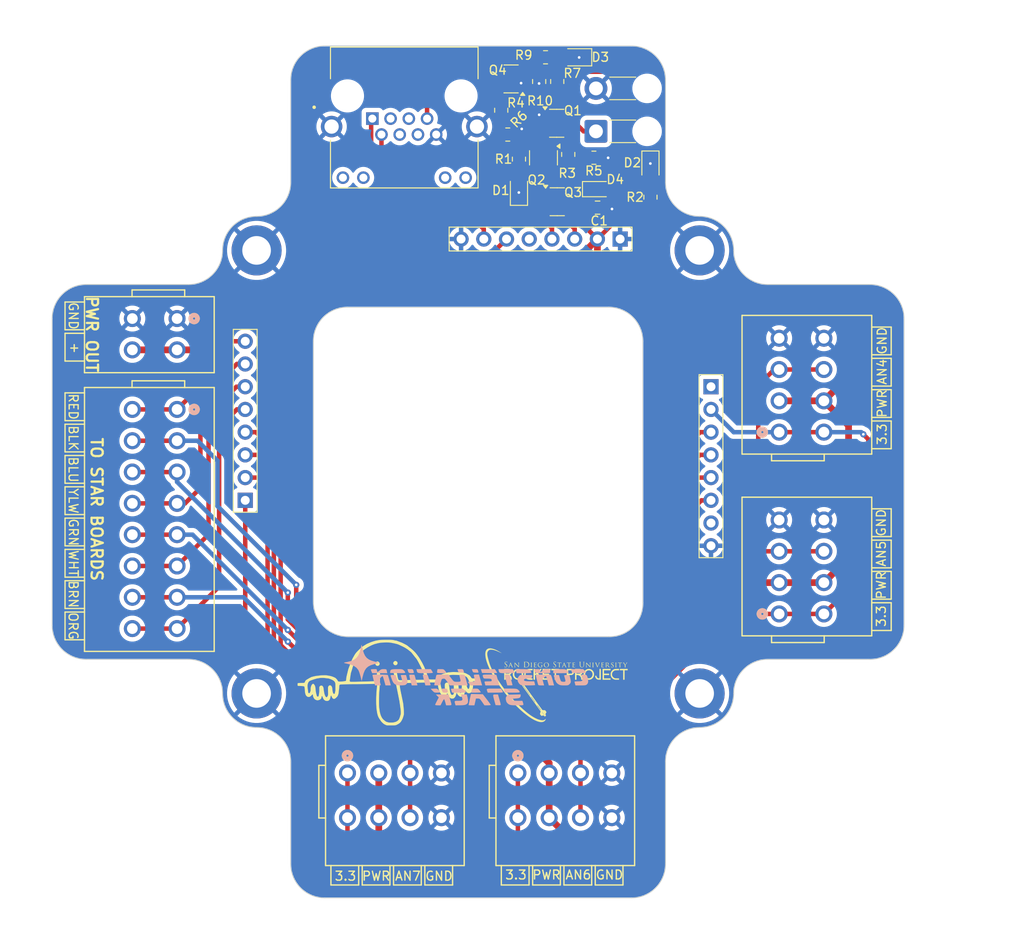
<source format=kicad_pcb>
(kicad_pcb (version 20241229) (generator "pcbnew") (generator_version "9.0")
  (layers (0 "F.Cu" signal) (2 "B.Cu" power) (13 "F.Paste" user) (15 "B.Paste" user) (5 "F.SilkS" user "F.Silkscreen") (7 "B.SilkS" user "B.Silkscreen") (1 "F.Mask" user) (3 "B.Mask" user) (25 "Edge.Cuts" user))
  (net 0 "")
  (net 1 "GND")
  (net 2 "Net-(D1-A)")
  (net 3 "Net-(D2-A)")
  (net 4 "Net-(D3-A)")
  (net 5 "Net-(D4-A)")
  (net 6 "+BATT")
  (net 7 "A")
  (net 11 "B")
  (net 12 "EXTERNAL PWR")
  (net 14 "PWR")
  (net 16 "BATT_PWR_SENSE")
  (net 17 "EXT_PWR_SENSE")
  (net 18 "O_VENT")
  (net 19 "MOV")
  (net 20 "ENG_CHAMBER")
  (net 21 "F_VENT")
  (net 22 "O_TANK")
  (net 23 "MFV")
  (net 24 "HE_TANK")
  (net 25 "F_TANK")
  (net 26 "+5V")
  (net 27 "+3.3V")
  (net 29 "AN_IN_7")
  (net 30 "AN_IN_5")
  (net 31 "AN_IN_6")
  (net 32 "AN_IN_4")
  (net 33 "Net-(Q1-S)")
  (net 34 "Net-(Q2-D)")
  (net 35 "Net-(Q2-G)")
  (footprint "Connector_PinSocket_2.54mm:PinSocket_1x08_P2.54mm_Vertical" (layer "F.Cu") (at 69.85 27.94 -90)
    (property "Reference" "J4" (hide yes))
    (property "Value" "PWR")
  )
  (footprint "LED_SMD:LED_0805_2012Metric" (layer "F.Cu") (at 58.54 22.487501 90)
    (property "Reference" "D1")
    (property "Value" "LED")
  )
  (footprint "MTJ_88ARX1_FSM_LG:ADAMTECH_MTJ-88ARX1-FSM-LG" (layer "F.Cu") (at 45.72 11.938 180)
    (property "Reference" "J2" (hide yes))
    (property "Value" "MTJ-88ARX1-FSM-LG")
  )
  (footprint "WAGO 2601-1104:CONN4_2601-1104_WAG" (layer "F.Cu") (at 39.37 87.63)
    (property "Reference" "J11" (hide yes))
    (property "Value" "2601-1104")
  )
  (footprint "Resistor_SMD:R_0805_2012Metric" (layer "F.Cu") (at 64.05 18.48 -90)
    (property "Reference" "R3")
    (property "Value" "51.1k")
  )
  (footprint "Resistor_SMD:R_0805_2012Metric" (layer "F.Cu") (at 56.56 13.5425 -90)
    (property "Reference" "R4")
    (property "Value" "51.1k")
  )
  (footprint "Resistor_SMD:R_0805_2012Metric" (layer "F.Cu") (at 61.5125 7.62)
    (property "Reference" "R9")
    (property "Value" "505")
  )
  (footprint "MountingHole:MountingHole_3.2mm_M3_DIN965_Pad" (layer "F.Cu") (at 78.74 78.74)
    (property "Reference" "H4" (hide yes))
    (property "Value" "MountingHole_Pad")
  )
  (footprint "Connector_PinSocket_2.54mm:PinSocket_1x08_P2.54mm_Vertical" (layer "F.Cu") (at 27.94 57.15 180)
    (property "Reference" "J7" (hide yes))
    (property "Value" "ADC_IN")
  )
  (footprint "Resistor_SMD:R_0805_2012Metric" (layer "F.Cu") (at 58.54 19.0075 -90)
    (property "Reference" "R1")
    (property "Value" "505")
  )
  (footprint "MountingHole:MountingHole_3.2mm_M3_DIN965_Pad" (layer "F.Cu") (at 29.21 78.74)
    (property "Reference" "H3" (hide yes))
    (property "Value" "MountingHole_Pad")
  )
  (footprint "Diode_SMD:D_SOD-323" (layer "F.Cu") (at 67.2525 22.36)
    (property "Reference" "D4")
    (property "Value" "CUS10S30")
  )
  (footprint "Package_TO_SOT_SMD:SOT-23-3" (layer "F.Cu") (at 62.76 14.9975)
    (property "Reference" "Q1")
    (property "Value" "DMP3099L")
  )
  (footprint "LOGO:RP_Logo" (layer "F.Cu") (at 62.738 77.8256)
    (property "Reference" "G***" (hide yes))
    (property "Value" "LOGO" (hide yes))
  )
  (footprint "WAGO 2601-1108:CONN8_2601-1108_WAG" (layer "F.Cu") (at 20.32 46.99 -90)
    (property "Reference" "J5" (hide yes))
    (property "Value" "SIGNAL_OUT")
  )
  (footprint "LED_SMD:LED_0805_2012Metric" (layer "F.Cu") (at 73.24 19.782499 -90)
    (property "Reference" "D2")
    (property "Value" "LED")
  )
  (footprint "LED_SMD:LED_0805_2012Metric" (layer "F.Cu") (at 64.99 7.62 180)
    (property "Reference" "D3")
    (property "Value" "LED")
  )
  (footprint "Package_TO_SOT_SMD:SOT-23-3" (layer "F.Cu") (at 61.2825 18.86 -90)
    (property "Reference" "Q2")
    (property "Value" "DMP3099L")
  )
  (footprint "WAGO 2601-1104:CONN4_2601-1104_WAG" (layer "F.Cu") (at 58.42 87.63)
    (property "Reference" "J10" (hide yes))
    (property "Value" "2601-1104")
  )
  (footprint "WAGO 2601-1104:CONN4_2601-1104_WAG" (layer "F.Cu") (at 87.63 69.85 90)
    (property "Reference" "J9" (hide yes))
    (property "Value" "2601-1104")
  )
  (footprint "Connector_PinSocket_2.54mm:PinSocket_1x08_P2.54mm_Vertical" (layer "F.Cu") (at 80.01 44.45)
    (property "Reference" "J6" (hide yes))
    (property "Value" "GPIO/ESP_ADC OUT")
  )
  (footprint "Package_TO_SOT_SMD:SOT-23-3" (layer "F.Cu") (at 62.82 23.77)
    (property "Reference" "Q3")
    (property "Value" "DMP3099L")
  )
  (footprint "Resistor_SMD:R_0805_2012Metric" (layer "F.Cu") (at 62.82 10.33 90)
    (property "Reference" "R7")
    (property "Value" "100")
  )
  (footprint "Resistor_SMD:R_0805_2012Metric" (layer "F.Cu") (at 66.92 18.85)
    (property "Reference" "R5")
    (property "Value" "10k")
  )
  (footprint "WAGO 2601-1102:CONN2_2601-1102_WAG" (layer "F.Cu") (at 20.32 36.83 -90)
    (property "Reference" "J3" (hide yes))
    (property "Value" "2601-1102")
  )
  (footprint "MountingHole:MountingHole_3.2mm_M3_DIN965_Pad" (layer "F.Cu") (at 78.74 29.21)
    (property "Reference" "H2" (hide yes))
    (property "Value" "MountingHole_Pad")
  )
  (footprint "Resistor_SMD:R_0805_2012Metric" (layer "F.Cu") (at 60.8 10.33 -90)
    (property "Reference" "R10")
    (property "Value" "10k")
  )
  (footprint "Resistor_SMD:R_0805_2012Metric" (layer "F.Cu") (at 57.29 16.26)
    (property "Reference" "R6")
    (property "Value" "10k")
  )
  (footprint "LOGO" (layer "F.Cu") (at 43.7896 77.2922)
    (property "Reference" "G***" (hide yes))
    (property "Value" "LOGO" (hide yes))
  )
  (footprint "Resistor_SMD:R_0805_2012Metric" (layer "F.Cu") (at 73.24 23.2625 90)
    (property "Reference" "R2")
    (property "Value" "505")
  )
  (footprint "Connector_Wire:SolderWire-0.75sqmm_1x02_P4.8mm_D1.25mm_OD2.3mm_Relief" (layer "F.Cu") (at 67.15 15.9 90)
    (property "Reference" "J1" (hide yes))
    (property "Value" "Conn_01x02_Pin")
  )
  (footprint "Package_TO_SOT_SMD:SOT-23-3" (layer "F.Cu") (at 57.659999 10.04 180)
    (property "Reference" "Q4")
    (property "Value" "DMP3099L")
  )
  (footprint "MountingHole:MountingHole_3.2mm_M3_DIN965_Pad" (layer "F.Cu") (at 29.21 29.21)
    (property "Reference" "H1" (hide yes))
    (property "Value" "MountingHole_Pad")
  )
  (footprint "WAGO 2601-1104:CONN4_2601-1104_WAG" (layer "F.Cu") (at 87.63 49.53 90)
    (property "Reference" "J8" (hide yes))
    (property "Value" "2601-1104")
  )
  (footprint "Capacitor_SMD:C_0805_2012Metric" (layer "F.Cu") (at 67.33 24.43)
    (property "Reference" "C1")
    (property "Value" "4.7uF")
  )
  (footprint "LOGO" (layer "B.Cu") (at 52.407117 76.425294 180)
    (property "Reference" "G***" (hide yes))
    (property "Value" "LOGO" (hide yes))
  )
  (gr_arc (start 68.58 35.56) (mid 71.274077 36.675923) (end 72.39 39.37) (stroke (width 0.1)) (layer "Edge.Cuts"))
  (gr_arc (start 21.59 74.93) (mid 24.284077 76.045923) (end 25.4 78.74) (stroke (width 0.1)) (layer "Edge.Cuts"))
  (gr_arc (start 29.21 82.55) (mid 26.515923 81.434077) (end 25.4 78.74) (stroke (width 0.1)) (layer "Edge.Cuts"))
  (gr_line (start 71.12 6.35) (end 36.83 6.35) (stroke (width 0.1)) (layer "Edge.Cuts"))
  (gr_line (start 86.36 33.02) (end 97.790001 33.02) (stroke (width 0.1)) (layer "Edge.Cuts"))
  (gr_arc (start 78.74 25.4) (mid 81.434077 26.515923) (end 82.55 29.21) (stroke (width 0.1)) (layer "Edge.Cuts"))
  (gr_arc (start 33.02 10.16) (mid 34.135923 7.465923) (end 36.83 6.35) (stroke (width 0.1)) (layer "Edge.Cuts"))
  (gr_line (start 6.35 36.83) (end 6.35 71.12) (stroke (width 0.1)) (layer "Edge.Cuts"))
  (gr_arc (start 74.93 86.36) (mid 76.045923 83.665923) (end 78.74 82.55) (stroke (width 0.1)) (layer "Edge.Cuts"))
  (gr_line (start 35.56 39.37) (end 35.56 68.58) (stroke (width 0.1)) (layer "Edge.Cuts"))
  (gr_line (start 33.02 21.59) (end 33.02 10.16) (stroke (width 0.1)) (layer "Edge.Cuts"))
  (gr_line (start 36.83 101.6) (end 71.12 101.6) (stroke (width 0.1)) (layer "Edge.Cuts"))
  (gr_line (start 21.59 33.02) (end 10.16 33.02) (stroke (width 0.1)) (layer "Edge.Cuts"))
  (gr_line (start 21.59 74.93) (end 10.16 74.93) (stroke (width 0.1)) (layer "Edge.Cuts"))
  (gr_arc (start 35.56 39.37) (mid 36.675923 36.675923) (end 39.37 35.56) (stroke (width 0.1)) (layer "Edge.Cuts"))
  (gr_line (start 33.02 86.36) (end 33.02 97.79) (stroke (width 0.1)) (layer "Edge.Cuts"))
  (gr_line (start 86.36 74.93) (end 97.79 74.93) (stroke (width 0.1)) (layer "Edge.Cuts"))
  (gr_arc (start 86.36 33.02) (mid 83.665923 31.904077) (end 82.55 29.21) (stroke (width 0.1)) (layer "Edge.Cuts"))
  (gr_arc (start 74.93 97.79) (mid 73.814077 100.484077) (end 71.12 101.6) (stroke (width 0.1)) (layer "Edge.Cuts"))
  (gr_line (start 39.37 72.39) (end 68.58 72.39) (stroke (width 0.1)) (layer "Edge.Cuts"))
  (gr_arc (start 97.790001 33.02) (mid 100.484077 34.135923) (end 101.6 36.83) (stroke (width 0.1)) (layer "Edge.Cuts"))
  (gr_arc (start 71.12 6.35) (mid 73.814077 7.465923) (end 74.93 10.16) (stroke (width 0.1)) (layer "Edge.Cuts"))
  (gr_arc (start 25.4 29.21) (mid 24.284077 31.904077) (end 21.59 33.02) (stroke (width 0.1)) (layer "Edge.Cuts"))
  (gr_arc (start 39.37 72.39) (mid 36.705105 71.244895) (end 35.56 68.58) (stroke (width 0.1)) (layer "Edge.Cuts"))
  (gr_arc (start 82.55 78.74) (mid 83.665923 76.045923) (end 86.36 74.93) (stroke (width 0.1)) (layer "Edge.Cuts"))
  (gr_arc (start 33.02 21.59) (mid 31.904077 24.284077) (end 29.21 25.4) (stroke (width 0.1)) (layer "Edge.Cuts"))
  (gr_line (start 74.93 21.59) (end 74.93 10.16) (stroke (width 0.1)) (layer "Edge.Cuts"))
  (gr_line (start 74.93 86.36) (end 74.93 97.79) (stroke (width 0.1)) (layer "Edge.Cuts"))
  (gr_line (start 101.6 71.12) (end 101.6 36.83) (stroke (width 0.1)) (layer "Edge.Cuts"))
  (gr_arc (start 82.55 78.74) (mid 81.434077 81.434077) (end 78.74 82.55) (stroke (width 0.1)) (layer "Edge.Cuts"))
  (gr_arc (start 6.35 36.83) (mid 7.465923 34.135923) (end 10.16 33.02) (stroke (width 0.1)) (layer "Edge.Cuts"))
  (gr_line (start 72.39 39.37) (end 72.39 68.58) (stroke (width 0.1)) (layer "Edge.Cuts"))
  (gr_arc (start 25.4 29.21) (mid 26.515923 26.515923) (end 29.21 25.4) (stroke (width 0.1)) (layer "Edge.Cuts"))
  (gr_arc (start 78.74 25.4) (mid 76.045923 24.284077) (end 74.93 21.59) (stroke (width 0.1)) (layer "Edge.Cuts"))
  (gr_line (start 39.37 35.56) (end 68.58 35.56) (stroke (width 0.1)) (layer "Edge.Cuts"))
  (gr_arc (start 101.6 71.12) (mid 100.484077 73.814077) (end 97.79 74.93) (stroke (width 0.1)) (layer "Edge.Cuts"))
  (gr_arc (start 36.83 101.6) (mid 34.135923 100.484077) (end 33.02 97.79) (stroke (width 0.1)) (layer "Edge.Cuts"))
  (gr_arc (start 10.16 74.93) (mid 7.465923 73.814077) (end 6.35 71.12) (stroke (width 0.1)) (layer "Edge.Cuts"))
  (gr_arc (start 29.21 82.55) (mid 31.904076 83.665923) (end 33.02 86.36) (stroke (width 0.1)) (layer "Edge.Cuts"))
  (gr_arc (start 72.39 68.58) (mid 71.298431 71.298431) (end 68.58 72.39) (stroke (width 0.1)) (layer "Edge.Cuts"))
  (gr_text "3.3" (at 99.72 51.05 90) (layer "F.SilkS") (effects (font (size 1 1)) (justify left bottom)))
  (gr_text "GND" (at 47.98 99.74 0) (layer "F.SilkS") (effects (font (size 1 1)) (justify left bottom)))
  (gr_text "GND" (at 99.72 40.93 90) (layer "F.SilkS") (effects (font (size 1 1)) (justify left bottom)))
  (gr_text "3.3" (at 56.919999 99.61 0) (layer "F.SilkS") (effects (font (size 1 1)) (justify left bottom)))
  (gr_text "GND" (at 99.63 61.27 90) (layer "F.SilkS") (effects (font (size 1 1)) (justify left bottom)))
  (gr_text "WHT" (at 8.14 62.63 270) (layer "F.SilkS") (effects (font (size 1 1)) (justify left bottom)))
  (gr_text "BLK" (at 8.13 48.69 270) (layer "F.SilkS") (effects (font (size 1 1)) (justify left bottom)))
  (gr_text "AN5" (at 99.63 64.65 90) (layer "F.SilkS") (effects (font (size 1 1)) (justify left bottom)))
  (gr_text "AN4" (at 99.72 44.31 90) (layer "F.SilkS") (effects (font (size 1 1)) (justify left bottom)))
  (gr_text "YLW" (at 8.13 55.71 270) (layer "F.SilkS") (effects (font (size 1 1)) (justify left bottom)))
  (gr_text "+" (at 8.31 39.41 -90) (layer "F.SilkS") (effects (font (size 1 1)) (justify left bottom)))
  (gr_text "ORG" (at 8.12 69.58 270) (layer "F.SilkS") (effects (font (size 1 1)) (justify left bottom)))
  (gr_text "PWR OUT" (at 10.07 34.18 270) (layer "F.SilkS") (effects (font (size 1.25 1.25) (thickness 0.25) (bold yes)) (justify left bottom)))
  (gr_text "AN6" (at 63.66 99.61 0) (layer "F.SilkS") (effects (font (size 1 1)) (justify left bottom)))
  (gr_text "PWR" (at 40.91 99.74 0) (layer "F.SilkS") (effects (font (size 1 1)) (justify left bottom)))
  (gr_text "GND" (at 8.14 34.91 -90) (layer "F.SilkS") (effects (font (size 1 1)) (justify left bottom)))
  (gr_text "AN7" (at 44.6 99.74 0) (layer "F.SilkS") (effects (font (size 1 1)) (justify left bottom)))
  (gr_text "RED" (at 8.13 45.13 -90) (layer "F.SilkS") (effects (font (size 1 1)) (justify left bottom)))
  (gr_text "3.3" (at 37.859999 99.74 0) (layer "F.SilkS") (effects (font (size 1 1)) (justify left bottom)))
  (gr_text "3.3" (at 99.63 71.39 90) (layer "F.SilkS") (effects (font (size 1 1)) (justify left bottom)))
  (gr_text "BLU" (at 8.12 52.18555 270) (layer "F.SilkS") (effects (font (size 1 1)) (justify left bottom)))
  (gr_text "PWR" (at 99.63 68.31 90) (layer "F.SilkS") (effects (font (size 1 1)) (justify left bottom)))
  (gr_text "BRN" (at 8.13 66.02 270) (layer "F.SilkS") (effects (font (size 1 1)) (justify left bottom)))
  (gr_text "GRN" (at 8.14 59.1 270) (layer "F.SilkS") (effects (font (size 1 1)) (justify left bottom)))
  (gr_text "TO STAR BOARDS" (at 10.5918 50.0126 270) (layer "F.SilkS") (effects (font (size 1.25 1.25) (thickness 0.25) (bold yes)) (justify left bottom)))
  (gr_text "PWR" (at 99.72 48 90) (layer "F.SilkS") (effects (font (size 1 1)) (justify left bottom)))
  (gr_text "PWR" (at 59.95 99.61 0) (layer "F.SilkS") (effects (font (size 1 1)) (justify left bottom)))
  (gr_text "GND" (at 67.04 99.61 0) (layer "F.SilkS") (effects (font (size 1 1)) (justify left bottom)))
  (segment (start 58.54 22.75) (end 58.53 22.74) (width 0.5) (layer "F.Cu") (net 1))
  (segment (start 60.8 10.56) (end 60.79 10.55) (width 0.5) (layer "F.Cu") (net 1))
  (segment (start 58.797499 10.527499) (end 58.78 10.51) (width 0.5) (layer "F.Cu") (net 1))
  (segment (start 68.79 24.43) (end 68.94 24.58) (width 0.5) (layer "F.Cu") (net 1))
  (segment (start 61.6225 14.047501) (end 60.802499 14.047501) (width 0.5) (layer "F.Cu") (net 1))
  (segment (start 68.5 18.85) (end 68.51 18.86) (width 0.5) (layer "F.Cu") (net 1))
  (segment (start 60.8 11.2425) (end 60.8 10.56) (width 0.5) (layer "F.Cu") (net 1))
  (segment (start 60.802499 14.047501) (end 60.8 14.05) (width 0.5) (layer "F.Cu") (net 1))
  (segment (start 65.29 7.62) (end 65.27 7.64) (width 0.5) (layer "F.Cu") (net 1))
  (segment (start 73.24 18.844998) (end 73.24 19.49) (width 0.5) (layer "F.Cu") (net 1))
  (segment (start 73.24 19.49) (end 73.23 19.5) (width 0.5) (layer "F.Cu") (net 1))
  (segment (start 68.28 24.43) (end 68.79 24.43) (width 0.5) (layer "F.Cu") (net 1))
  (segment (start 67.8325 18.85) (end 68.5 18.85) (width 0.5) (layer "F.Cu") (net 1))
  (segment (start 58.2025 16.26) (end 58.22 16.26) (width 0.5) (layer "F.Cu") (net 1))
  (segment (start 58.797499 10.989999) (end 58.797499 10.527499) (width 0.5) (layer "F.Cu") (net 1))
  (segment (start 65.927501 7.62) (end 65.29 7.62) (width 0.5) (layer "F.Cu") (net 1))
  (segment (start 58.22 16.26) (end 58.85 15.63) (width 0.5) (layer "F.Cu") (net 1))
  (segment (start 58.54 23.425002) (end 58.54 22.75) (width 0.5) (layer "F.Cu") (net 1))
  (via (at 58.53 22.74) (size 0.7) (drill 0.3) (layers "F.Cu" "B.Cu") (net 1))
  (via (at 60.8 14.05) (size 0.7) (drill 0.3) (layers "F.Cu" "B.Cu") (net 1))
  (via (at 58.85 15.63) (size 0.7) (drill 0.3) (layers "F.Cu" "B.Cu") (net 1))
  (via (at 65.27 7.64) (size 0.7) (drill 0.3) (layers "F.Cu" "B.Cu") (net 1))
  (via (at 68.94 24.58) (size 0.7) (drill 0.3) (layers "F.Cu" "B.Cu") (net 1))
  (via (at 58.78 10.51) (size 0.7) (drill 0.3) (layers "F.Cu" "B.Cu") (net 1))
  (via (at 73.23 19.5) (size 0.7) (drill 0.3) (layers "F.Cu" "B.Cu") (net 1))
  (via (at 68.51 18.86) (size 0.7) (drill 0.3) (layers "F.Cu" "B.Cu") (net 1))
  (via (at 60.79 10.55) (size 0.7) (drill 0.3) (layers "F.Cu" "B.Cu") (net 1))
  (segment (start 58.54 19.92) (end 58.54 21.55) (width 0.5) (layer "F.Cu") (net 2))
  (segment (start 73.24 20.72) (end 73.24 22.35) (width 0.5) (layer "F.Cu") (net 3))
  (segment (start 62.425 7.62) (end 64.052499 7.62) (width 0.5) (layer "F.Cu") (net 4))
  (segment (start 60.8 9.4175) (end 62.82 9.4175) (width 0.5) (layer "F.Cu") (net 5))
  (segment (start 60.6 7.9) (end 60.6 7.62) (width 0.5) (layer "F.Cu") (net 5))
  (segment (start 59.107498 9.4) (end 58.797499 9.090001) (width 0.5) (layer "F.Cu") (net 5))
  (segment (start 60.7825 9.4) (end 59.107498 9.4) (width 0.5) (layer "F.Cu") (net 5))
  (segment (start 60.8 9.4175) (end 60.7825 9.4) (width 0.5) (layer "F.Cu") (net 5))
  (segment (start 59.409999 9.090001) (end 60.6 7.9) (width 0.5) (layer "F.Cu") (net 5))
  (segment (start 62.9975 9.24) (end 62.82 9.4175) (width 0.5) (layer "F.Cu") (net 5))
  (segment (start 69.76 10.74) (end 68.26 9.24) (width 0.5) (layer "F.Cu") (net 5))
  (segment (start 69.76 20.9025) (end 69.76 10.74) (width 0.5) (layer "F.Cu") (net 5))
  (segment (start 68.26 9.24) (end 62.9975 9.24) (width 0.5) (layer "F.Cu") (net 5))
  (segment (start 68.3025 22.36) (end 69.76 20.9025) (width 0.5) (layer "F.Cu") (net 5))
  (segment (start 58.797499 9.090001) (end 59.409999 9.090001) (width 0.5) (layer "F.Cu") (net 5))
  (segment (start 65.77 15.9) (end 64.8675 14.9975) (width 0.5) (layer "F.Cu") (net 6))
  (segment (start 64.05 15.15) (end 63.8975 14.9975) (width 0.5) (layer "F.Cu") (net 6))
  (segment (start 67.15 15.9) (end 65.77 15.9) (width 0.5) (layer "F.Cu") (net 6))
  (segment (start 64.8675 14.9975) (end 63.8975 14.9975) (width 0.5) (layer "F.Cu") (net 6))
  (segment (start 64.05 17.5675) (end 64.05 15.15) (width 0.5) (layer "F.Cu") (net 6))
  (segment (start 42.015 18.615) (end 49.84 26.44) (width 0.5) (layer "F.Cu") (net 7))
  (segment (start 42.15 14.478) (end 42.015 14.613) (width 0.5) (layer "F.Cu") (net 7))
  (segment (start 49.84 26.44) (end 49.84 29.3) (width 0.5) (layer "F.Cu") (net 7))
  (segment (start 49.84 29.3) (end 50.35 29.81) (width 0.5) (layer "F.Cu") (net 7))
  (segment (start 42.015 14.613) (end 42.015 18.615) (width 0.5) (layer "F.Cu") (net 7))
  (segment (start 50.35 29.81) (end 55.28 29.81) (width 0.5) (layer "F.Cu") (net 7))
  (segment (start 55.28 29.81) (end 57.15 27.94) (width 0.5) (layer "F.Cu") (net 7))
  (segment (start 53.41 25.62) (end 54.61 26.82) (width 0.5) (layer "F.Cu") (net 11))
  (segment (start 50.72 25.62) (end 53.41 25.62) (width 0.5) (layer "F.Cu") (net 11))
  (segment (start 43.17 18.07) (end 50.72 25.62) (width 0.5) (layer "F.Cu") (net 11))
  (segment (start 54.61 26.82) (end 54.61 27.94) (width 0.5) (layer "F.Cu") (net 11))
  (segment (start 43.17 16.258) (end 43.17 18.07) (width 0.5) (layer "F.Cu") (net 11))
  (segment (start 48.27 14.478) (end 48.27 11.39) (width 0.5) (layer "F.Cu") (net 12))
  (segment (start 48.27 11.39) (end 49.919999 9.740001) (width 0.5) (layer "F.Cu") (net 12))
  (segment (start 56.522499 12.592499) (end 56.56 12.63) (width 0.5) (layer "F.Cu") (net 12))
  (segment (start 56.2225 9.740001) (end 56.522499 10.04) (width 0.5) (layer "F.Cu") (net 12))
  (segment (start 56.522499 10.04) (end 56.522499 12.592499) (width 0.5) (layer "F.Cu") (net 12))
  (segment (start 49.919999 9.740001) (end 56.2225 9.740001) (width 0.5) (layer "F.Cu") (net 12))
  (segment (start 67.31 27.94) (end 67.31 30.2) (width 0.75) (layer "F.Cu") (net 14))
  (segment (start 66.2025 22.36) (end 66.2025 24.2525) (width 0.5) (layer "F.Cu") (net 14))
  (segment (start 95.39 48.789997) (end 95.39 63.589997) (width 0.75) (layer "F.Cu") (net 14))
  (segment (start 87.63 66.349997) (end 92.63 66.349997) (width 0.75) (layer "F.Cu") (net 14))
  (segment (start 70.81 94.53) (end 71.55 93.79) (width 0.75) (layer "F.Cu") (net 14))
  (segment (start 43.78 95.73) (end 52.81 95.73) (width 0.75) (layer "F.Cu") (net 14))
  (segment (start 95.23 43.429997) (end 92.63 46.029997) (width 0.75) (layer "F.Cu") (net 14))
  (segment (start 42.870003 87.63) (end 42.870003 92.63) (width 0.75) (layer "F.Cu") (net 14))
  (segment (start 63.820003 94.53) (end 70.81 94.53) (width 0.75) (layer "F.Cu") (net 14))
  (segment (start 71.55 78.94) (end 84.140003 66.349997) (width 0.75) (layer "F.Cu") (net 14))
  (segment (start 72.81 35.7) (end 92.34 35.7) (width 0.75) (layer "F.Cu") (net 14))
  (segment (start 92.63 46.029997) (end 95.39 48.789997) (width 0.75) (layer "F.Cu") (net 14))
  (segment (start 42.870003 94.820003) (end 43.78 95.73) (width 0.75) (layer "F.Cu") (net 14))
  (segment (start 20.32 40.33) (end 22.27 40.33) (width 0.75) (layer "F.Cu") (net 14))
  (segment (start 67.31 30.2) (end 72.81 35.7) (width 0.75) (layer "F.Cu") (net 14))
  (segment (start 54.14 86.35) (end 54.79 85.7) (width 0.75) (layer "F.Cu") (net 14))
  (segment (start 61.920003 87.63) (end 61.920003 92.63) (width 0.75) (layer "F.Cu") (net 14))
  (segment (start 66.2025 24.2525) (end 66.38 24.43) (width 0.5) (layer "F.Cu") (net 14))
  (segment (start 63.9575 23.77) (end 65.72 23.77) (width 0.5) (layer "F.Cu") (net 14))
  (segment (start 71.55 93.79) (end 71.55 78.94) (width 0.75) (layer "F.Cu") (net 14))
  (segment (start 60.95 34.3) (end 67.31 27.94) (width 0.75) (layer "F.Cu") (net 14))
  (segment (start 61.920003 92.63) (end 63.820003 94.53) (width 0.75) (layer "F.Cu") (net 14))
  (segment (start 87.63 46.029997) (end 92.63 46.029997) (width 0.75) (layer "F.Cu") (net 14))
  (segment (start 28.3 34.3) (end 60.95 34.3) (width 0.75) (layer "F.Cu") (net 14))
  (segment (start 61.920003 86.530003) (end 61.920003 87.63) (width 0.75) (layer "F.Cu") (net 14))
  (segment (start 95.39 63.589997) (end 92.63 66.349997) (width 0.75) (layer "F.Cu") (net 14))
  (segment (start 67.31 27.94) (end 69.31 25.94) (width 0.5) (layer "F.Cu") (net 14))
  (segment (start 54.14 94.4) (end 54.14 86.35) (width 0.75) (layer "F.Cu") (net 14))
  (segment (start 92.34 35.7) (end 95.23 38.59) (width 0.75) (layer "F.Cu") (net 14))
  (segment (start 69.31 25.94) (end 72.33 25.94) (width 0.5) (layer "F.Cu") (net 14))
  (segment (start 73.24 25.03) (end 73.24 24.175) (width 0.5) (layer "F.Cu") (net 14))
  (segment (start 42.870003 92.63) (end 42.870003 94.820003) (width 0.75) (layer "F.Cu") (net 14))
  (segment (start 95.23 38.59) (end 95.23 43.429997) (width 0.75) (layer "F.Cu") (net 14))
  (segment (start 84.140003 66.349997) (end 87.63 66.349997) (width 0.75) (layer "F.Cu") (net 14))
  (segment (start 15.32 40.33) (end 20.32 40.33) (width 0.75) (layer "F.Cu") (net 14))
  (segment (start 65.72 23.77) (end 66.38 24.43) (width 0.5) (layer "F.Cu") (net 14))
  (segment (start 61.09 85.7) (end 61.920003 86.530003) (width 0.75) (layer "F.Cu") (net 14))
  (segment (start 52.81 95.73) (end 54.14 94.4) (width 0.75) (layer "F.Cu") (net 14))
  (segment (start 54.79 85.7) (end 61.09 85.7) (width 0.75) (layer "F.Cu") (net 14))
  (segment (start 22.27 40.33) (end 28.3 34.3) (width 0.75) (layer "F.Cu") (net 14))
  (segment (start 72.33 25.94) (end 73.24 25.03) (width 0.5) (layer "F.Cu") (net 14))
  (segment (start 66.38 27.01) (end 67.31 27.94) (width 0.5) (layer "F.Cu") (net 14))
  (segment (start 66.38 24.43) (end 66.38 27.01) (width 0.5) (layer "F.Cu") (net 14))
  (segment (start 65.465 19.3925) (end 66.0075 18.85) (width 0.5) (layer "F.Cu") (net 16))
  (segment (start 64.05 19.3925) (end 65.465 19.3925) (width 0.5) (layer "F.Cu") (net 16))
  (segment (start 66.0075 18.85) (end 66.0075 19.5825) (width 0.5) (layer "F.Cu") (net 16))
  (segment (start 62.844 24.874) (end 64.770001 26.800001) (width 0.5) (layer "F.Cu") (net 16))
  (segment (start 64.770001 26.800001) (end 64.770001 27.94) (width 0.5) (layer "F.Cu") (net 16))
  (segment (start 62.844 22.746) (end 62.844 24.874) (width 0.5) (layer "F.Cu") (net 16))
  (segment (start 66.0075 19.5825) (end 62.844 22.746) (width 0.5) (layer "F.Cu") (net 16))
  (segment (start 56.56 16.0775) (end 56.3775 16.26) (width 0.5) (layer "F.Cu") (net 17))
  (segment (start 58.42 25.92) (end 61.43 25.92) (width 0.5) (layer "F.Cu") (net 17))
  (segment (start 61.43 25.92) (end 62.23 26.72) (width 0.5) (layer "F.Cu") (net 17))
  (segment (start 62.23 26.72) (end 62.23 27.94) (width 0.5) (layer "F.Cu") (net 17))
  (segment (start 56.3775 23.8775) (end 58.42 25.92) (width 0.5) (layer "F.Cu") (net 17))
  (segment (start 56.56 14.455) (end 56.56 16.0775) (width 0.5) (layer "F.Cu") (net 17))
  (segment (start 56.3775 16.26) (end 56.3775 23.8775) (width 0.5) (layer "F.Cu") (net 17))
  (segment (start 37.227 77.467) (end 62.351092 77.467) (width 0.5) (layer "F.Cu") (net 18))
  (segment (start 32.71 72.95) (end 37.227 77.467) (width 0.5) (layer "F.Cu") (net 18))
  (segment (start 69.036092 77.468) (end 78.18 68.324092) (width 0.5) (layer "F.Cu") (net 18))
  (segment (start 78.93 57.16) (end 80 57.16) (width 0.5) (layer "F.Cu") (net 18))
  (segment (start 62.352092 77.468) (end 69.036092 77.468) (width 0.5) (layer "F.Cu") (net 18))
  (segment (start 78.18 68.324092) (end 78.18 67.61) (width 0.5) (layer "F.Cu") (net 18))
  (segment (start 80 57.16) (end 80.01 57.15) (width 0.5) (layer "F.Cu") (net 18))
  (segment (start 15.32 67.990004) (end 20.32 67.990004) (width 0.5) (layer "F.Cu") (net 18))
  (segment (start 78.18 57.91) (end 78.93 57.16) (width 0.5) (layer "F.Cu") (net 18))
  (segment (start 78.18 67.61) (end 78.18 57.91) (width 0.5) (layer "F.Cu") (net 18))
  (segment (start 62.351092 77.467) (end 62.352092 77.468) (width 0.5) (layer "F.Cu") (net 18))
  (via (at 32.71 72.95) (size 0.7) (drill 0.3) (layers "F.Cu" "B.Cu") (net 18))
  (segment (start 20.32 67.990004) (end 27.750004 67.990004) (width 0.5) (layer "B.Cu") (net 18))
  (segment (start 27.750004 67.990004) (end 32.71 72.95) (width 0.5) (layer "B.Cu") (net 18))
  (segment (start 63.222184 75.364) (end 63.223184 75.365) (width 0.5) (layer "F.Cu") (net 19))
  (segment (start 63.223184 75.365) (end 68.165 75.365) (width 0.5) (layer "F.Cu") (net 19))
  (segment (start 33.64 66.6) (end 33.64 70.01) (width 0.5) (layer "F.Cu") (net 19))
  (segment (start 76.048 67.482) (end 76.048 52.282) (width 0.5) (layer "F.Cu") (net 19))
  (segment (start 38.994 75.364) (end 63.222184 75.364) (width 0.5) (layer "F.Cu") (net 19))
  (segment (start 33.64 70.01) (end 38.994 75.364) (width 0.5) (layer "F.Cu") (net 19))
  (segment (start 76.048 52.282) (end 78.8 49.53) (width 0.5) (layer "F.Cu") (net 19))
  (segment (start 68.165 75.365) (end 76.048 67.482) (width 0.5) (layer "F.Cu") (net 19))
  (segment (start 15.320001 50.490001) (end 20.32 50.49) (width 0.5) (layer "F.Cu") (net 19))
  (segment (start 78.8 49.53) (end 80.01 49.53) (width 0.5) (layer "F.Cu") (net 19))
  (via (at 33.64 66.6) (size 0.7) (drill 0.3) (layers "F.Cu" "B.Cu") (net 19))
  (segment (start 24.84 52.72) (end 22.61 50.49) (width 0.5) (layer "B.Cu") (net 19))
  (segment (start 24.84 57.8) (end 24.84 52.72) (width 0.5) (layer "B.Cu") (net 19))
  (segment (start 22.61 50.49) (end 20.32 50.49) (width 0.5) (layer "B.Cu") (net 19))
  (segment (start 33.64 66.6) (end 24.84 57.8) (width 0.5) (layer "B.Cu") (net 19))
  (segment (start 25.41 41.9) (end 25.41 40.05) (width 0.5) (layer "F.Cu") (net 20))
  (segment (start 20.32 46.99) (end 25.41 41.9) (width 0.5) (layer "F.Cu") (net 20))
  (segment (start 25.41 40.05) (end 26.090001 39.369999) (width 0.5) (layer "F.Cu") (net 20))
  (segment (start 26.090001 39.369999) (end 27.94 39.369999) (width 0.5) (layer "F.Cu") (net 20))
  (segment (start 15.32 46.99) (end 20.32 46.99) (width 0.5) (layer "F.Cu") (net 20))
  (segment (start 77.45 67.791364) (end 77.45 68.062728) (width 0.5) (layer "F.Cu") (net 21))
  (segment (start 62.641456 76.766) (end 39.574728 76.766) (width 0.5) (layer "F.Cu") (net 21))
  (segment (start 67.553 76.767) (end 63.803912 76.767) (width 0.5) (layer "F.Cu") (net 21))
  (segment (start 63.803912 76.767) (end 63.223184 76.767) (width 0.5) (layer "F.Cu") (net 21))
  (segment (start 69.156364 76.356364) (end 68.745728 76.767) (width 0.5) (layer "F.Cu") (net 21))
  (segment (start 69.334364 76.178364) (end 69.156364 76.356364) (width 0.5) (layer "F.Cu") (net 21))
  (segment (start 38.014636 76.766) (end 37.826 76.766) (width 0.5) (layer "F.Cu") (net 21))
  (segment (start 37.826 76.766) (end 32.7 71.64) (width 0.5) (layer "F.Cu") (net 21))
  (segment (start 77.45 55.66) (end 77.45 66.901272) (width 0.5) (layer "F.Cu") (net 21))
  (segment (start 68.474364 76.767) (end 68.165 76.767) (width 0.5) (layer "F.Cu") (net 21))
  (segment (start 77.45 67.210636) (end 77.45 67.482) (width 0.5) (layer "F.Cu") (net 21))
  (segment (start 77.45 68.062728) (end 77.039364 68.473364) (width 0.5) (layer "F.Cu") (net 21))
  (segment (start 68.165 76.767) (end 67.893636 76.767) (width 0.5) (layer "F.Cu") (net 21))
  (segment (start 39.574728 76.766) (end 38.994 76.766) (width 0.5) (layer "F.Cu") (net 21))
  (segment (start 38.994 76.766) (end 38.595364 76.766) (width 0.5) (layer "F.Cu") (net 21))
  (segment (start 38.595364 76.766) (end 38.413272 76.766) (width 0.5) (layer "F.Cu") (net 21))
  (segment (start 77.039364 68.473364) (end 76.628728 68.884) (width 0.5) (layer "F.Cu") (net 21))
  (segment (start 77.45 67.482) (end 77.45 67.791364) (width 0.5) (layer "F.Cu") (net 21))
  (segment (start 77.451 55.659) (end 77.45 55.66) (width 0.5) (layer "F.Cu") (net 21))
  (segment (start 38.413272 76.766) (end 38.014636 76.766) (width 0.5) (layer "F.Cu") (net 21))
  (segment (start 67.584272 76.767) (end 67.553 76.767) (width 0.5) (layer "F.Cu") (net 21))
  (segment (start 68.745728 76.767) (end 68.474364 76.767) (width 0.5) (layer "F.Cu") (net 21))
  (segment (start 69.567 75.945728) (end 69.334364 76.178364) (width 0.5) (layer "F.Cu") (net 21))
  (segment (start 80.01 54.61) (end 78.5 54.61) (width 0.5) (layer "F.Cu") (net 21))
  (segment (start 77.45 66.901272) (end 77.45 67.210636) (width 0.5) (layer "F.Cu") (net 21))
  (segment (start 67.893636 76.767) (end 67.584272 76.767) (width 0.5) (layer "F.Cu") (net 21))
  (segment (start 62.642456 76.767) (end 62.641456 76.766) (width 0.5) (layer "F.Cu") (net 21))
  (segment (start 63.223184 76.767) (end 62.642456 76.767) (width 0.5) (layer "F.Cu") (net 21))
  (segment (start 76.628728 68.884) (end 69.567 75.945728) (width 0.5) (layer "F.Cu") (net 21))
  (segment (start 78.5 54.61) (end 77.451 55.659) (width 0.5) (layer "F.Cu") (net 21))
  (segment (start 15.32 60.990003) (end 20.32 60.990003) (width 0.5) (layer "F.Cu") (net 21))
  (via (at 32.7 71.64) (size 0.7) (drill 0.3) (layers "F.Cu" "B.Cu") (net 21))
  (segment (start 22.050003 60.990003) (end 32.7 71.64) (width 0.5) (layer "B.Cu") (net 21))
  (segment (start 20.32 60.990003) (end 22.050003 60.990003) (width 0.5) (layer "B.Cu") (net 21))
  (segment (start 20.32 64.490003) (end 23.84 60.970003) (width 0.5) (layer "F.Cu") (net 22))
  (segment (start 23.84 60.970003) (end 23.84 47.57) (width 0.5) (layer "F.Cu") (net 22))
  (segment (start 23.84 47.57) (end 26.96 44.45) (width 0.5) (layer "F.Cu") (net 22))
  (segment (start 26.96 44.45) (end 27.94 44.45) (width 0.5) (layer "F.Cu") (net 22))
  (segment (start 15.32 64.490003) (end 20.32 64.490003) (width 0.5) (layer "F.Cu") (net 22))
  (segment (start 76.749 55.369636) (end 76.75 55.368636) (width 0.5) (layer "F.Cu") (net 23))
  (segment (start 63.513548 76.066) (end 67.874636 76.066) (width 0.5) (layer "F.Cu") (net 23))
  (segment (start 15.32 53.990002) (end 20.32 53.990002) (width 0.5) (layer "F.Cu") (net 23))
  (segment (start 38.703636 76.065) (end 39.284364 76.065) (width 0.5) (layer "F.Cu") (net 23))
  (segment (start 76.749 67.191636) (end 76.749 55.369636) (width 0.5) (layer "F.Cu") (net 23))
  (segment (start 76.749 67.501) (end 76.749 67.191636) (width 0.5) (layer "F.Cu") (net 23))
  (segment (start 76.338364 68.183) (end 76.749 67.772364) (width 0.5) (layer "F.Cu") (net 23))
  (segment (start 67.874636 76.066) (end 68.184 76.066) (width 0.5) (layer "F.Cu") (net 23))
  (segment (start 68.866 75.655364) (end 76.338364 68.183) (width 0.5) (layer "F.Cu") (net 23))
  (segment (start 76.749 67.772364) (end 76.749 67.501) (width 0.5) (layer "F.Cu") (net 23))
  (segment (start 38.305 76.065) (end 38.703636 76.065) (width 0.5) (layer "F.Cu") (net 23))
  (segment (start 76.75 54.09) (end 78.77 52.07) (width 0.5) (layer "F.Cu") (net 23))
  (segment (start 32.7 67.47) (end 32.7 70.46) (width 0.5) (layer "F.Cu") (net 23))
  (segment (start 76.75 55.368636) (end 76.75 54.09) (width 0.5) (layer "F.Cu") (net 23))
  (segment (start 32.7 70.46) (end 38.305 76.065) (width 0.5) (layer "F.Cu") (net 23))
  (segment (start 62.93182 76.065) (end 62.93282 76.066) (width 0.5) (layer "F.Cu") (net 23))
  (segment (start 39.284364 76.065) (end 62.93182 76.065) (width 0.5) (layer "F.Cu") (net 23))
  (segment (start 68.184 76.066) (end 68.455364 76.066) (width 0.5) (layer "F.Cu") (net 23))
  (segment (start 78.77 52.07) (end 80.01 52.07) (width 0.5) (layer "F.Cu") (net 23))
  (segment (start 62.93282 76.066) (end 63.513548 76.066) (width 0.5) (layer "F.Cu") (net 23))
  (segment (start 68.455364 76.066) (end 68.866 75.655364) (width 0.5) (layer "F.Cu") (net 23))
  (via (at 32.7 67.47) (size 0.7) (drill 0.3) (layers "F.Cu" "B.Cu") (net 23))
  (segment (start 32.7 67.47) (end 20.32 55.09) (width 0.5) (layer "B.Cu") (net 23))
  (segment (start 20.32 55.09) (end 20.32 53.990002) (width 0.5) (layer "B.Cu") (net 23))
  (segment (start 25.02 66.790005) (end 25.02 48.97) (width 0.5) (layer "F.Cu") (net 24))
  (segment (start 15.32 71.490005) (end 20.32 71.490005) (width 0.5) (layer "F.Cu") (net 24))
  (segment (start 27 46.99) (end 27.94 46.99) (width 0.5) (layer "F.Cu") (net 24))
  (segment (start 25.02 48.97) (end 27 46.99) (width 0.5) (layer "F.Cu") (net 24))
  (segment (start 20.32 71.490005) (end 25.02 66.790005) (width 0.5) (layer "F.Cu") (net 24))
  (segment (start 15.32 57.490003) (end 20.32 57.490003) (width 0.5) (layer "F.Cu") (net 25))
  (segment (start 22.93 45.98) (end 22.93 55.77) (width 0.5) (layer "F.Cu") (net 25))
  (segment (start 21.209997 57.490003) (end 20.32 57.490003) (width 0.5) (layer "F.Cu") (net 25))
  (segment (start 22.93 55.77) (end 21.209997 57.490003) (width 0.5) (layer "F.Cu") (net 25))
  (segment (start 27.94 41.91) (end 27 41.91) (width 0.5) (layer "F.Cu") (net 25))
  (segment (start 27 41.91) (end 22.93 45.98) (width 0.5) (layer "F.Cu") (net 25))
  (segment (start 39.37 95.37) (end 40.556 96.556) (width 0.5) (layer "F.Cu") (net 27))
  (segment (start 72.094 96.556) (end 73.55 95.1) (width 0.5) (layer "F.Cu") (net 27))
  (segment (start 60.776 96.556) (end 72.094 96.556) (width 0.5) (layer "F.Cu") (net 27))
  (segment (start 73.55 79.13) (end 82.83 69.85) (width 0.5) (layer "F.Cu") (net 27))
  (segment (start 39.37 87.63) (end 39.37 92.63) (width 0.5) (layer "F.Cu") (net 27))
  (segment (start 92.63 69.85) (end 97.6 64.88) (width 0.5) (layer "F.Cu") (net 27))
  (segment (start 97.6 50.33) (end 97.04 49.77) (width 0.5) (layer "F.Cu") (net 27))
  (segment (start 58.42 87.63) (end 58.42 92.63) (width 0.5) (layer "F.Cu") (net 27))
  (segment (start 56.064 96.556) (end 58.42 94.2) (width 0.5) (layer "F.Cu") (net 27))
  (segment (start 87.63 69.85) (end 92.63 69.85) (width 0.5) (layer "F.Cu") (net 27))
  (segment (start 87.63 49.53) (end 92.63 49.53) (width 0.5) (layer "F.Cu") (net 27))
  (segment (start 39.37 92.63) (end 39.37 95.37) (width 0.5) (layer "F.Cu") (net 27))
  (segment (start 82.83 69.85) (end 87.63 69.85) (width 0.5) (layer "F.Cu") (net 27))
  (segment (start 58.42 94.2) (end 58.42 92.63) (width 0.5) (layer "F.Cu") (net 27))
  (segment (start 58.42 94.2) (end 60.776 96.556) (width 0.5) (layer "F.Cu") (net 27))
  (segment (start 40.556 96.556) (end 56.064 96.556) (width 0.5) (layer "F.Cu") (net 27))
  (segment (start 73.55 95.1) (end 73.55 79.13) (width 0.5) (layer "F.Cu") (net 27))
  (segment (start 97.6 64.88) (end 97.6 50.33) (width 0.5) (layer "F.Cu") (net 27))
  (via (at 97.04 49.77) (size 0.7) (drill 0.3) (layers "F.Cu" "B.Cu") (net 27))
  (segment (start 96.8 49.53) (end 97.04 49.77) (width 0.5) (layer "B.Cu") (net 27))
  (segment (start 82.55 49.53) (end 87.63 49.53) (width 0.5) (layer "B.Cu") (net 27))
  (segment (start 92.63 49.53) (end 96.8 49.53) (width 0.5) (layer "B.Cu") (net 27))
  (segment (start 80.01 46.99) (end 82.55 49.53) (width 0.5) (layer "B.Cu") (net 27))
  (segment (start 46.370004 81.410004) (end 46.370004 87.63) (width 0.5) (layer "F.Cu") (net 29))
  (segment (start 27.94 72.48) (end 35.75 80.29) (width 0.5) (layer "F.Cu") (net 29))
  (segment (start 27.94 57.15) (end 27.94 72.48) (width 0.5) (layer "F.Cu") (net 29))
  (segment (start 45.25 80.29) (end 46.370004 81.410004) (width 0.5) (layer "F.Cu") (net 29))
  (segment (start 46.370004 92.63) (end 46.370004 87.63) (width 0.5) (layer "F.Cu") (net 29))
  (segment (start 35.75 80.29) (end 45.25 80.29) (width 0.5) (layer "F.Cu") (net 29))
  (segment (start 37.028364 78.869) (end 61.770364 78.869) (width 0.5) (layer "F.Cu") (net 30))
  (segment (start 69.036092 78.87) (end 69.51 78.87) (width 0.5) (layer "F.Cu") (net 30))
  (segment (start 31.14 73.697272) (end 36.311728 78.869) (width 0.5) (layer "F.Cu") (net 30))
  (segment (start 87.63 62.849996) (end 92.63 62.849996) (width 0.5) (layer "F.Cu") (net 30))
  (segment (start 70.027456 78.459364) (end 85.580364 62.906456) (width 0.5) (layer "F.Cu") (net 30))
  (segment (start 69.51 78.87) (end 69.61682 78.87) (width 0.5) (layer "F.Cu") (net 30))
  (segment (start 85.580364 62.906456) (end 85.636824 62.849996) (width 0.5) (layer "F.Cu") (net 30))
  (segment (start 85.636824 62.849996) (end 87.63 62.849996) (width 0.5) (layer "F.Cu") (net 30))
  (segment (start 29.930001 52.070001) (end 31.14 53.28) (width 0.5) (layer "F.Cu") (net 30))
  (segment (start 61.770364 78.869) (end 61.771364 78.87) (width 0.5) (layer "F.Cu") (net 30))
  (segment (start 36.311728 78.869) (end 36.447636 78.869) (width 0.5) (layer "F.Cu") (net 30))
  (segment (start 27.94 52.070001) (end 29.930001 52.070001) (width 0.5) (layer "F.Cu") (net 30))
  (segment (start 69.61682 78.87) (end 70.027456 78.459364) (width 0.5) (layer "F.Cu") (net 30))
  (segment (start 31.14 53.28) (end 31.14 73.697272) (width 0.5) (layer "F.Cu") (net 30))
  (segment (start 61.771364 78.87) (end 62.352092 78.87) (width 0.5) (layer "F.Cu") (net 30))
  (segment (start 36.447636 78.869) (end 37.028364 78.869) (width 0.5) (layer "F.Cu") (net 30))
  (segment (start 62.352092 78.87) (end 69.036092 78.87) (width 0.5) (layer "F.Cu") (net 30))
  (segment (start 30.439 55.719) (end 29.33 54.61) (width 0.5) (layer "F.Cu") (net 31))
  (segment (start 65.420004 83.510004) (end 61.48 79.57) (width 0.5) (layer "F.Cu") (net 31))
  (segment (start 36.021364 79.57) (end 30.439 73.987636) (width 0.5) (layer "F.Cu") (net 31))
  (segment (start 29.33 54.61) (end 27.94 54.61) (width 0.5) (layer "F.Cu") (net 31))
  (segment (start 30.439 73.987636) (end 30.439 55.719) (width 0.5) (layer "F.Cu") (net 31))
  (segment (start 65.420004 92.63) (end 65.420004 87.63) (width 0.5) (layer "F.Cu") (net 31))
  (segment (start 61.48 79.57) (end 36.021364 79.57) (width 0.5) (layer "F.Cu") (net 31))
  (segment (start 65.420004 87.63) (end 65.420004 83.510004) (width 0.5) (layer "F.Cu") (net 31))
  (segment (start 87.63 42.529996) (end 92.63 42.529996) (width 0.5) (layer "F.Cu") (net 32))
  (segment (start 62.060728 78.168) (end 62.061728 78.169) (width 0.5) (layer "F.Cu") (net 32))
  (segment (start 69.326456 78.169) (end 85.29 62.205456) (width 0.5) (layer "F.Cu") (net 32))
  (segment (start 85.29 62.205456) (end 85.29 44.31) (width 0.5) (layer "F.Cu") (net 32))
  (segment (start 36.738 78.168) (end 62.060728 78.168) (width 0.5) (layer "F.Cu") (net 32))
  (segment (start 31.9 73.33) (end 36.738 78.168) (width 0.5) (layer "F.Cu") (net 32))
  (segment (start 85.29 44.31) (end 87.070004 42.529996) (width 0.5) (layer "F.Cu") (net 32))
  (segment (start 29.142081 49.53) (end 31.9 52.287919) (width 0.5) (layer "F.Cu") (net 32))
  (segment (start 31.9 52.287919) (end 31.9 73.33) (width 0.5) (layer "F.Cu") (net 32))
  (segment (start 87.070004 42.529996) (end 87.63 42.529996) (width 0.5) (layer "F.Cu") (net 32))
  (segment (start 62.061728 78.169) (end 69.326456 78.169) (width 0.5) (layer "F.Cu") (net 32))
  (segment (start 27.94 49.53) (end 29.142081 49.53) (width 0.5) (layer "F.Cu") (net 32))
  (segment (start 58.54 18.095) (end 59.960001 18.095) (width 0.5) (layer "F.Cu") (net 33))
  (segment (start 60.912501 15.947499) (end 60.332501 16.527499) (width 0.5) (layer "F.Cu") (net 33))
  (segment (start 60.332501 16.527499) (end 60.332501 17.7225) (width 0.5) (layer "F.Cu") (net 33))
  (segment (start 61.6225 15.947499) (end 60.912501 15.947499) (width 0.5) (layer "F.Cu") (net 33))
  (segment (start 59.960001 18.095) (end 60.332501 17.7225) (width 0.5) (layer "F.Cu") (net 33))
  (segment (start 60.32 24.17) (end 60.869999 24.719999) (width 0.5) (layer "F.Cu") (net 34))
  (segment (start 61.2825 20.7175) (end 60.32 21.68) (width 0.5) (layer "F.Cu") (net 34))
  (segment (start 60.869999 24.719999) (end 61.6825 24.719999) (width 0.5) (layer "F.Cu") (net 34))
  (segment (start 60.32 21.68) (end 60.32 24.17) (width 0.5) (layer "F.Cu") (net 34))
  (segment (start 61.2825 19.9975) (end 61.2825 20.7175) (width 0.5) (layer "F.Cu") (net 34))
  (segment (start 62.232499 22.270002) (end 62.232499 17.7225) (width 0.5) (layer "F.Cu") (net 35))
  (segment (start 62.784 11.2785) (end 62.784 17.170999) (width 0.5) (layer "F.Cu") (net 35))
  (segment (start 61.6825 22.820001) (end 62.232499 22.270002) (width 0.5) (layer "F.Cu") (net 35))
  (segment (start 62.784 17.170999) (end 62.232499 17.7225) (width 0.5) (layer "F.Cu") (net 35))
  (segment (start 62.82 11.2425) (end 62.784 11.2785) (width 0.5) (layer "F.Cu") (net 35))
  (zone (net 1) (net_name "GND") (layer "B.Cu") (connect_pads (clearance 0.5)) (min_thickness 0.25) (fill yes (thermal_gap 0.5) (thermal_bridge_width 0.5))
    (polygon (pts (xy 3.270202 2.096754) (xy 114.640202 1.216754) (xy 115.014202 105.550754) (xy 0.524202 106.430754)))
  )
)
</source>
